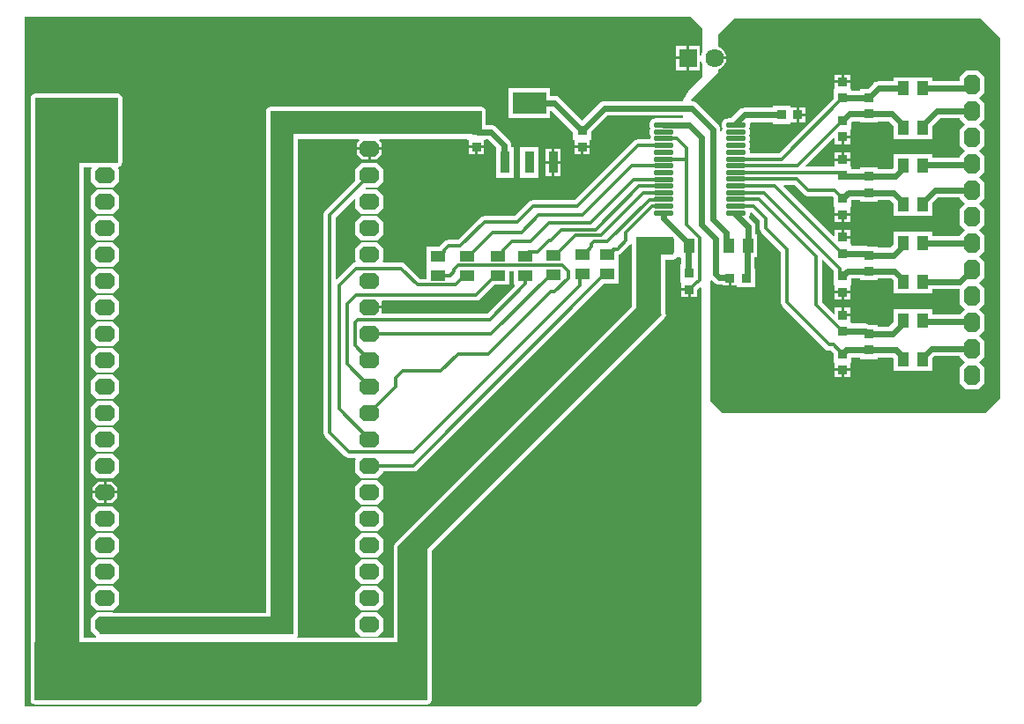
<source format=gtl>
%FSTAX23Y23*%
%MOIN*%
%SFA1B1*%

%IPPOS*%
%AMD38*
4,1,4,0.439000,0.499100,-0.499100,-0.439000,-0.439000,-0.499100,0.499100,0.439000,0.439000,0.499100,0.0*
%
%AMD48*
4,1,8,0.022000,0.030700,-0.022000,0.030700,-0.037400,0.015400,-0.037400,-0.015400,-0.022000,-0.030700,0.022000,-0.030700,0.037400,-0.015400,0.037400,0.015400,0.022000,0.030700,0.0*
%
%AMD49*
4,1,8,-0.029500,0.022600,-0.029500,-0.022600,-0.014800,-0.037400,0.014800,-0.037400,0.029500,-0.022600,0.029500,0.022600,0.014800,0.037400,-0.014800,0.037400,-0.029500,0.022600,0.0*
%
%ADD13R,0.055910X0.039370*%
%ADD14R,0.038190X0.036220*%
%ADD15R,0.039370X0.055910*%
%ADD16R,0.036220X0.038190*%
%ADD17O,0.076770X0.019680*%
%ADD18R,0.035430X0.082680*%
%ADD19R,0.125980X0.082680*%
%ADD32C,0.012600*%
%ADD33C,0.011810*%
%ADD34C,0.023620*%
%ADD35R,0.800000X0.090000*%
%ADD36R,0.140000X0.070000*%
%ADD37R,0.111810X0.445610*%
G04~CAMADD=38~9~0.0~0.0~13266.7~850.0~0.0~0.0~0~0.0~0.0~0.0~0.0~0~0.0~0.0~0.0~0.0~0~0.0~0.0~0.0~45.0~9982.0~9981.0*
%ADD38D38*%
%ADD39R,0.095000X0.295000*%
%ADD40R,1.485000X0.220000*%
%ADD41R,0.170000X2.145000*%
%ADD42R,0.240000X0.245000*%
%ADD43R,0.735000X0.065000*%
%ADD44R,0.090000X1.980000*%
%ADD45C,0.070280*%
%ADD46R,0.070280X0.070280*%
%ADD47R,0.061420X0.061420*%
G04~CAMADD=48~4~0.0~0.0~748.0~614.2~0.0~153.6~0~0.0~0.0~0.0~0.0~0~0.0~0.0~0.0~0.0~0~0.0~0.0~0.0~0.0~748.0~614.2*
%ADD48D48*%
G04~CAMADD=49~4~0.0~0.0~748.0~590.6~0.0~147.7~0~0.0~0.0~0.0~0.0~0~0.0~0.0~0.0~0.0~0~0.0~0.0~0.0~90.0~590.0~748.0*
%ADD49D49*%
%LNpcb1-1*%
%LPD*%
%SRX1Y1I0J0*%
G36*
X02585Y026D02*
Y02514D01*
X0258Y02503*
X0258Y02501*
X02575Y02501*
Y02535*
X02535*
Y0249*
Y02444*
X02575*
Y02478*
X0258Y02478*
X0258Y02476*
X02585Y02465*
Y0242*
X02535Y0237*
X0251Y0233*
Y02327*
X02215*
X02208Y02326*
X02201Y02324*
X02195Y02319*
X0213Y02253*
X02097Y02286*
X02094Y0229*
X02045Y02339*
X0204Y02343*
X02033Y02346*
X02026Y02347*
X02008*
Y02376*
X01851*
Y02262*
X02008*
Y02291*
X02014*
X02051Y02254*
X02054Y0225*
X02095Y0221*
Y02181*
X021*
Y02159*
X0213*
X02159*
Y02181*
X02164*
Y0221*
X02226Y02272*
X0251*
Y02264*
X02438*
X0243Y02263*
X02428Y02262*
X02409*
X02402Y02261*
X02396Y02259*
X02391Y02255*
X02387Y02249*
X02384Y02243*
X02383Y02236*
X02384Y0223*
X02387Y02224*
X02384Y02218*
X02383Y02211*
X02384Y02204*
X02387Y02198*
X02391Y02193*
X0239Y02193*
X02389Y02185*
X02386Y02182*
X0234*
X02331Y0218*
X02324Y02176*
X021Y01952*
X01945*
X01936Y0195*
X01929Y01945*
X01875Y01892*
X0176*
X01751Y0189*
X01744Y01885*
X0166Y01802*
X01623*
X01614Y018*
X01607Y01795*
X01592Y0178*
X01589Y01777*
X01541*
Y01706*
Y01703*
Y01654*
X01518*
X01462Y0171*
X01455Y01715*
X01446Y01717*
X01377*
X01375Y01722*
X01378Y01724*
Y01771*
X01354Y01794*
X01295*
X01271Y01771*
Y01724*
X01274Y01722*
X01272Y01716*
X01266Y01715*
X01259Y0171*
X01202Y01653*
X01197Y01655*
Y01888*
X01267Y01958*
X01271Y01956*
Y01924*
X01295Y01901*
X01354*
X01378Y01924*
Y01971*
X01354Y01994*
X01312*
X0131Y01999*
X01311Y02001*
X01354*
X01378Y02024*
Y02071*
X01354Y02094*
X01295*
X01271Y02071*
Y02026*
X01159Y01913*
X01154Y01906*
X01152Y01897*
Y01072*
X01154Y01063*
X01159Y01056*
X01231Y00984*
X01238Y00979*
X01247Y00977*
X01271*
X01273Y00972*
X01271Y00971*
Y00924*
X01295Y00901*
X01354*
X01378Y00924*
Y00925*
X01491*
X015Y00927*
X01507Y00932*
X02213Y01637*
X02268*
Y01708*
Y01711*
Y01747*
X02272Y01748*
X02279Y01752*
X0231Y01784*
X02313Y01788*
X02318Y01787*
Y01745*
Y01549*
X01421Y00651*
X01418Y00646*
X01417Y0064*
Y00296*
X01055*
X01052Y00301*
X01054Y00303*
X01056Y0031*
Y00375*
Y02183*
X01286*
X01288Y02179*
X01277Y02168*
Y02152*
X01372*
Y02168*
X01361Y02179*
X01363Y02183*
X01695*
Y02181*
X017*
Y02159*
X0173*
X01759*
Y02181*
X01764*
Y02182*
X01773*
X01805Y02149*
Y02037*
X01872*
Y02152*
X01862*
Y0216*
X01861Y02167*
X01859Y02173*
X01854Y02179*
X01804Y0223*
X01798Y02234*
X01791Y02237*
X01784Y02238*
X01766*
Y0229*
X01764Y02296*
X01761Y02301*
X01756Y02304*
X0175Y02306*
X0095*
X00943Y02304*
X00938Y02301*
X00935Y02296*
X00933Y0229*
Y022*
Y00391*
X00358*
X00354Y00394*
X00295*
X00271Y00371*
Y00324*
X00289Y00307*
X0029Y00303*
X00292Y00301*
X00289Y00296*
X00246*
Y02078*
X00273*
X00274Y02074*
X00271Y02071*
Y02024*
X00295Y02001*
X00354*
X00378Y02024*
Y02071*
X00375Y02074*
X00377Y02079*
X00381Y0208*
X00386Y02083*
X00389Y02088*
X00391Y02095*
Y0234*
X00389Y02346*
X00386Y02351*
X00381Y02354*
X00375Y02356*
X0006*
X00053Y02354*
X00048Y02351*
X00045Y02346*
X00043Y0234*
Y0028*
Y00195*
Y0006*
X00045Y00053*
X00048Y00048*
X00053Y00045*
X0006Y00043*
X01545*
X01551Y00045*
X01556Y00048*
X01559Y00053*
X01561Y0006*
Y0028*
Y00625*
X02442Y01507*
X02446Y01512*
X02447Y01518*
X02446Y01524*
X02446Y01525*
Y01728*
X02475*
X02481Y0173*
X02486Y01733*
X02487Y01735*
X02495*
X02497*
X02499*
X02504Y01734*
Y01709*
X025*
Y01641*
X02505*
Y01619*
X02535*
Y01614*
X0254*
Y01586*
X02564*
Y01611*
X02575Y01622*
X02576Y01622*
X0258Y01619*
Y00055*
X0256Y00035*
X0002*
Y02645*
X0254*
X02585Y026*
G37*
G36*
X03559Y02259D02*
X03579Y0224D01*
X03559Y0222*
Y02159*
X03579Y0214*
X03559Y0212*
Y02113*
X03454*
Y02125*
X03385*
X03381*
X03378*
X03309*
Y02077*
X03302Y0207*
X03249*
Y02076*
X0318*
Y02071*
X03149*
Y02079*
X03144*
Y02101*
X03115*
Y02106*
Y02101*
X03085*
Y02079*
X02978*
X02976Y02084*
X03081Y02189*
X03085Y02187*
Y02164*
X0311*
Y02192*
X03115*
Y02197*
X03144*
Y02219*
X03149*
Y02248*
X03153Y02251*
X0318*
Y02245*
X03249*
Y02251*
X0329*
X03309Y02232*
Y02184*
X03378*
X03381*
X03385*
X03454*
Y02232*
X03483Y02262*
X03559*
Y02259*
G37*
G36*
X02969Y01974D02*
X02976Y01969D01*
X02985Y01967*
X03074*
X0308Y01962*
Y01925*
X03085*
Y01903*
X03115*
X03144*
Y01925*
X03149*
Y01953*
X0318*
Y01947*
X03249*
Y01953*
X03296*
X03309Y0194*
Y01892*
X03378*
X03381*
X03385*
X03454*
Y0194*
X03476Y01962*
X03559*
Y01959*
X03579Y0194*
X03559Y0192*
Y01859*
X03579Y0184*
X03559Y0182*
Y01817*
X03454*
Y01832*
X03385*
X03381*
X03378*
X03309*
Y01784*
X03296Y01772*
X03249*
Y01778*
X03214*
X03213Y01778*
X03206Y01779*
X03149*
Y01785*
X03144*
Y01807*
X03115*
Y01812*
X0311*
Y0184*
X03085*
Y01817*
X03081Y01815*
X02891Y02005*
X02893Y02009*
X02933*
X02969Y01974*
G37*
G36*
X01871Y01632D02*
X01874D01*
X01876Y01628*
X01771Y01523*
X01374*
X01372Y01527*
Y01542*
X01325*
Y01552*
X01372*
Y01568*
X01374Y01572*
X01728*
X01737Y01574*
X01744Y01579*
X01798Y01632*
X01853*
Y01683*
X01871*
Y01632*
G37*
G36*
X0308Y01688D02*
Y01631D01*
X03085*
Y01609*
X03115*
X03144*
Y01631*
X03149*
Y01655*
X0318*
Y01649*
X03249*
Y01655*
X03301*
X03309Y01647*
Y01599*
X03378*
X03381*
X03385*
X03454*
Y01615*
X03557*
X03559Y01613*
Y01559*
X03579Y0154*
X0356Y01521*
X03454*
Y0154*
X03385*
X03381*
X03378*
X03309*
Y01492*
X03291Y01473*
X03249*
Y0148*
X03218*
X03216Y01481*
X03209Y01484*
X03202Y01485*
X03149*
Y01491*
X03144*
Y01513*
X03115*
Y01518*
X0311*
Y01546*
X03085*
Y01523*
X03081Y01521*
X03037Y01565*
Y01725*
X03041Y01727*
X0308Y01688*
G37*
G36*
X0371Y02565D02*
Y012D01*
X03655Y01145*
X0266*
X02615Y0119*
Y01647*
X0262Y01649*
X02629Y0164*
X02634Y01635*
X02641Y01633*
X02648Y01632*
X02661*
Y01629*
X02684*
Y01658*
X02694*
Y01629*
X02716*
Y01623*
X02784*
Y01693*
X02781*
Y01736*
X02792*
Y01823*
X02784*
Y01852*
X02783Y0186*
X02781Y01866*
X02776Y01872*
X0276Y01888*
X02762Y01891*
X02765Y01897*
X02766Y01904*
X02766Y01904*
X02772Y01905*
X02802Y01875*
Y01845*
X02804Y01837*
X02808Y0183*
X02881Y01757*
Y01566*
X02883Y01558*
X02887Y0155*
X03049Y01389*
X03056Y01384*
X03065Y01382*
X03071*
X0308Y01374*
Y01337*
X03085*
Y01315*
X03115*
X03144*
Y01337*
X03149*
Y01357*
X0318*
Y01351*
X03249*
Y01357*
X03306*
X03309Y01354*
Y01306*
X03378*
X03381*
X03385*
X03454*
Y01354*
X03461Y01362*
X03559*
Y01359*
X03579Y0134*
X03559Y0132*
Y01259*
X03582Y01236*
X03627*
X0365Y01259*
Y0132*
X0363Y0134*
X0365Y01359*
Y0142*
X0363Y0144*
X0365Y01459*
Y0152*
X0363Y0154*
X0365Y01559*
Y0162*
X0363Y0164*
X0365Y01659*
Y0172*
X0363Y0174*
X0365Y01759*
Y0182*
X0363Y0184*
X0365Y01859*
Y0192*
X0363Y0194*
X0365Y01959*
Y0202*
X0363Y0204*
X0365Y02059*
Y0212*
X0363Y0214*
X0365Y02159*
Y0222*
X0363Y0224*
X0365Y02259*
Y0232*
X0363Y0234*
X0365Y02359*
Y0242*
X03627Y02443*
X03582*
X03559Y0242*
Y02402*
X03454*
Y02418*
X03385*
X0338*
X03378*
X03309*
Y02402*
X0325*
X03243Y02401*
X03236Y02399*
X0323Y02394*
X0321Y02374*
X0318*
Y02367*
X03149*
Y02373*
X03144*
Y02395*
X03115*
X03085*
Y02373*
X0308*
Y02336*
X02874Y02131*
X02769*
X02766Y02134*
X02765Y02141*
X02762Y02147*
X02765Y02153*
X02766Y0216*
X02765Y02166*
X02762Y02172*
X02765Y02179*
X02766Y02185*
X02765Y02192*
X02762Y02198*
X02765Y02204*
X02766Y02211*
X02765Y02218*
X02762Y02224*
X02765Y0223*
X02766Y02236*
X02765Y02242*
X02768Y02247*
X0285*
Y0224*
X02918*
Y02245*
X0294*
Y02275*
Y02304*
X02918*
Y02309*
X0285*
Y02302*
X02743*
X02736Y02301*
X02729Y02299*
X02724Y02294*
X02692Y02262*
X02683*
X02676Y02261*
X0267Y02259*
X02665Y02255*
X0266Y02249*
X02658Y02243*
X02657Y02236*
X02658Y0223*
X0266Y02224*
X02658Y02218*
X02657Y02213*
X02652Y02214*
Y0222*
X02651Y02227*
X02649Y02233*
X02644Y02239*
X02564Y02319*
X02558Y02324*
X02552Y02326*
X02545Y02327*
X02544*
X02542Y02332*
X02645Y02435*
Y02447*
X02652Y0245*
X02662Y02457*
X02669Y02467*
X02673Y02478*
X02674Y02485*
X0263*
Y02495*
X02674*
X02673Y02501*
X02669Y02512*
X02662Y02522*
X02652Y02529*
X02645Y02532*
Y0258*
X02705Y0264*
X03635*
X0371Y02565*
G37*
%LNpcb1-2*%
%LPC*%
%SRX1Y1I0J0*%
G36*
X02525Y02535D02*
X02484D01*
Y02495*
X02525*
Y02535*
G37*
G36*
Y02485D02*
X02484D01*
Y02444*
X02525*
Y02485*
G37*
G36*
X02159Y02149D02*
X02135D01*
Y02126*
X02159*
Y02149*
G37*
G36*
X02125D02*
X021D01*
Y02126*
X02125*
Y02149*
G37*
G36*
X01759D02*
X01735D01*
Y02126*
X01759*
Y02149*
G37*
G36*
X01725D02*
X017D01*
Y02126*
X01725*
Y02149*
G37*
G36*
X01372Y02142D02*
X0133D01*
Y02107*
X01352*
X01372Y02127*
Y02142*
G37*
G36*
X0132D02*
X01277D01*
Y02127*
X01297Y02107*
X0132*
Y02142*
G37*
G36*
X02048Y02146D02*
X02025D01*
Y021*
X02048*
Y02146*
G37*
G36*
X02015D02*
X01992D01*
Y021*
X02015*
Y02146*
G37*
G36*
X02048Y0209D02*
X02025D01*
Y02043*
X02048*
Y0209*
G37*
G36*
X02015D02*
X01992D01*
Y02043*
X02015*
Y0209*
G37*
G36*
X01963Y02152D02*
X01896D01*
Y02037*
X01963*
Y02152*
G37*
G36*
X00354Y01994D02*
X00295D01*
X00271Y01971*
Y01924*
X00295Y01901*
X00354*
X00378Y01924*
Y01971*
X00354Y01994*
G37*
G36*
X01354Y01894D02*
X01295D01*
X01271Y01871*
Y01824*
X01295Y01801*
X01354*
X01378Y01824*
Y01871*
X01354Y01894*
G37*
G36*
X00354D02*
X00295D01*
X00271Y01871*
Y01824*
X00295Y01801*
X00354*
X00378Y01824*
Y01871*
X00354Y01894*
G37*
G36*
Y01794D02*
X00295D01*
X00271Y01771*
Y01724*
X00295Y01701*
X00354*
X00378Y01724*
Y01771*
X00354Y01794*
G37*
G36*
Y01694D02*
X00295D01*
X00271Y01671*
Y01624*
X00295Y01601*
X00354*
X00378Y01624*
Y01671*
X00354Y01694*
G37*
G36*
X0253Y01609D02*
X02505D01*
Y01586*
X0253*
Y01609*
G37*
G36*
X00354Y01594D02*
X00295D01*
X00271Y01571*
Y01524*
X00295Y01501*
X00354*
X00378Y01524*
Y01571*
X00354Y01594*
G37*
G36*
Y01494D02*
X00295D01*
X00271Y01471*
Y01424*
X00295Y01401*
X00354*
X00378Y01424*
Y01471*
X00354Y01494*
G37*
G36*
Y01394D02*
X00295D01*
X00271Y01371*
Y01324*
X00295Y01301*
X00354*
X00378Y01324*
Y01371*
X00354Y01394*
G37*
G36*
Y01294D02*
X00295D01*
X00271Y01271*
Y01224*
X00295Y01201*
X00354*
X00378Y01224*
Y01271*
X00354Y01294*
G37*
G36*
Y01194D02*
X00295D01*
X00271Y01171*
Y01124*
X00295Y01101*
X00354*
X00378Y01124*
Y01171*
X00354Y01194*
G37*
G36*
Y01094D02*
X00295D01*
X00271Y01071*
Y01024*
X00295Y01001*
X00354*
X00378Y01024*
Y01071*
X00354Y01094*
G37*
G36*
Y00994D02*
X00295D01*
X00271Y00971*
Y00924*
X00295Y00901*
X00354*
X00378Y00924*
Y00971*
X00354Y00994*
G37*
G36*
X00352Y00888D02*
X0033D01*
Y00852*
X00372*
Y00868*
X00352Y00888*
G37*
G36*
X0032D02*
X00297D01*
X00277Y00868*
Y00852*
X0032*
Y00888*
G37*
G36*
X00372Y00842D02*
X0033D01*
Y00807*
X00352*
X00372Y00827*
Y00842*
G37*
G36*
X0032D02*
X00277D01*
Y00827*
X00297Y00807*
X0032*
Y00842*
G37*
G36*
X01354Y00894D02*
X01295D01*
X01271Y00871*
Y00824*
X01295Y00801*
X01354*
X01378Y00824*
Y00871*
X01354Y00894*
G37*
G36*
Y00794D02*
X01295D01*
X01271Y00771*
Y00724*
X01295Y00701*
X01354*
X01378Y00724*
Y00771*
X01354Y00794*
G37*
G36*
X00354D02*
X00295D01*
X00271Y00771*
Y00724*
X00295Y00701*
X00354*
X00378Y00724*
Y00771*
X00354Y00794*
G37*
G36*
X01354Y00694D02*
X01295D01*
X01271Y00671*
Y00624*
X01295Y00601*
X01354*
X01378Y00624*
Y00671*
X01354Y00694*
G37*
G36*
X00354D02*
X00295D01*
X00271Y00671*
Y00624*
X00295Y00601*
X00354*
X00378Y00624*
Y00671*
X00354Y00694*
G37*
G36*
X01354Y00594D02*
X01295D01*
X01271Y00571*
Y00524*
X01295Y00501*
X01354*
X01378Y00524*
Y00571*
X01354Y00594*
G37*
G36*
X00354D02*
X00295D01*
X00271Y00571*
Y00524*
X00295Y00501*
X00354*
X00378Y00524*
Y00571*
X00354Y00594*
G37*
G36*
X01354Y00494D02*
X01295D01*
X01271Y00471*
Y00424*
X01295Y00401*
X01354*
X01378Y00424*
Y00471*
X01354Y00494*
G37*
G36*
X00354D02*
X00295D01*
X00271Y00471*
Y00424*
X00295Y00401*
X00354*
X00378Y00424*
Y00471*
X00354Y00494*
G37*
G36*
X01354Y00394D02*
X01295D01*
X01271Y00371*
Y00324*
X01295Y00301*
X01354*
X01378Y00324*
Y00371*
X01354Y00394*
G37*
G36*
X03144Y02187D02*
X0312D01*
Y02164*
X03144*
Y02187*
G37*
G36*
Y02134D02*
X0312D01*
Y02111*
X03144*
Y02134*
G37*
G36*
X0311D02*
X03085D01*
Y02111*
X0311*
Y02134*
G37*
G36*
X03144Y01893D02*
X0312D01*
Y0187*
X03144*
Y01893*
G37*
G36*
X0311D02*
X03085D01*
Y0187*
X0311*
Y01893*
G37*
G36*
X03144Y0184D02*
X0312D01*
Y01817*
X03144*
Y0184*
G37*
G36*
Y01599D02*
X0312D01*
Y01576*
X03144*
Y01599*
G37*
G36*
X0311D02*
X03085D01*
Y01576*
X0311*
Y01599*
G37*
G36*
X03144Y01546D02*
X0312D01*
Y01523*
X03144*
Y01546*
G37*
G36*
Y02428D02*
X0312D01*
Y02405*
X03144*
Y02428*
G37*
G36*
X0311D02*
X03085D01*
Y02405*
X0311*
Y02428*
G37*
G36*
X02973Y02304D02*
X0295D01*
Y0228*
X02973*
Y02304*
G37*
G36*
Y0227D02*
X0295D01*
Y02245*
X02973*
Y0227*
G37*
G36*
X03144Y01305D02*
X0312D01*
Y01282*
X03144*
Y01305*
G37*
G36*
X0311D02*
X03085D01*
Y01282*
X0311*
Y01305*
G37*
%LNpcb1-3*%
%LPD*%
%SRX1Y1I0J0*%
G54D13*
X01915Y01741D03*
Y01668D03*
X0213Y01746D03*
Y01673D03*
X02225D03*
Y01746D03*
X0202Y0167D03*
Y01743D03*
X0181Y01668D03*
Y01741D03*
X01695Y01668D03*
Y01741D03*
X01585Y01668D03*
Y01741D03*
G54D14*
X03215Y02279D03*
Y0234D03*
Y01981D03*
Y02042D03*
Y01683D03*
Y01744D03*
Y01385D03*
Y01446D03*
X03115Y01751D03*
Y01812D03*
Y01665D03*
Y01604D03*
Y01457D03*
Y01518D03*
Y01371D03*
Y0131D03*
X02535Y01614D03*
Y01675D03*
X03115Y02339D03*
Y024D03*
Y02253D03*
Y02192D03*
Y02045D03*
Y02106D03*
Y01959D03*
Y01898D03*
X0213Y02215D03*
Y02154D03*
X0173Y02215D03*
Y02154D03*
G54D15*
X03418Y0135D03*
X03345D03*
X03418Y01496D03*
X03345D03*
X02533Y01779D03*
X02459D03*
X02757Y0178D03*
X02683D03*
X03418Y01642D03*
X03345D03*
X03418Y01789D03*
X03345D03*
X03418Y01935D03*
X03345D03*
X03418Y02082D03*
X03345D03*
X03418Y02228D03*
X03345D03*
X03418Y02375D03*
X03345D03*
G54D16*
X0275Y01658D03*
X02689D03*
X02945Y02275D03*
X02884D03*
G54D17*
X02438Y02185D03*
Y0216D03*
Y02134D03*
Y02108D03*
Y02083D03*
Y02057D03*
Y02031D03*
Y02006D03*
X02711Y02185D03*
Y0216D03*
Y02134D03*
Y02108D03*
Y02083D03*
Y02057D03*
Y02032D03*
Y02006D03*
Y01981D03*
Y01955D03*
Y01929D03*
Y01904D03*
Y02236D03*
Y02211D03*
X02438Y02236D03*
Y02211D03*
Y0198D03*
Y01955D03*
Y01929D03*
Y01904D03*
G54D18*
X01839Y02095D03*
X0193D03*
X0202D03*
G54D19*
X0193Y02319D03*
G54D32*
X01247Y01D02*
X0149D01*
X0212Y0163*
Y01663D02*
X0213Y01673D01*
X0212Y0163D02*
Y01663D01*
X0201Y01605D02*
X02025D01*
X02077Y01656*
Y01683*
X01327Y01445D02*
X01786D01*
X01325Y01447D02*
X01327Y01445D01*
X01786D02*
X02011Y0167D01*
X0124Y01332D02*
X01325Y01247D01*
X0124Y0156D02*
X01274Y01594D01*
X0124Y01332D02*
Y0156D01*
X0127Y01402D02*
Y0149D01*
X0128Y015D02*
X0178D01*
X0127Y0149D02*
X0128Y015D01*
X0127Y01402D02*
X01325Y01347D01*
X01274Y01594D02*
X01728D01*
X0121Y01162D02*
X01325Y01047D01*
X0121Y01162D02*
Y0163D01*
X01274Y01694*
X01446*
X01775Y0137D02*
X0201Y01605D01*
X01424Y01279D02*
X0145Y01305D01*
X0166Y0137D02*
X01775D01*
X0145Y01305D02*
X01595D01*
X0166Y0137*
X01424Y01247D02*
Y01279D01*
X02054Y01705D02*
X02077Y01683D01*
X01175Y01897D02*
X01325Y02047D01*
X01175Y01072D02*
Y01897D01*
Y01072D02*
X01247Y01D01*
X02216Y01673D02*
X02225D01*
X01491Y00947D02*
X02216Y01673D01*
X01325Y00947D02*
X01491D01*
X01325Y01147D02*
X01424Y01247D01*
X01646Y01689D02*
X01661Y01705D01*
X01585Y01668D02*
X01631D01*
X01646Y01682*
X01661Y01705D02*
X01949D01*
X01646Y01682D02*
Y01689D01*
X01949Y01705D02*
X01949Y01705D01*
X01801Y01668D02*
X0181D01*
X01728Y01594D02*
X01801Y01668D01*
X01949Y01705D02*
X02054D01*
X01915Y01635D02*
Y01668D01*
X0178Y015D02*
X01915Y01635D01*
X01509Y01632D02*
X0165D01*
X01446Y01694D02*
X01509Y01632D01*
X01686Y01668D02*
X01695D01*
X0165Y01632D02*
X01686Y01668D01*
X02011Y0167D02*
X0202D01*
X02225Y01795D02*
X02383Y01953D01*
X02394Y01929D02*
X02438D01*
X02263Y01768D02*
X02295Y018D01*
X02247Y01768D02*
X02263D01*
X02295Y018D02*
Y0183D01*
X02394Y01929*
X01919Y01745D02*
X01928Y01755D01*
X01915Y01741D02*
X01919Y01745D01*
X01945Y0193D02*
X0211D01*
X01885Y0187D02*
X01945Y0193D01*
X0211D02*
X0234Y0216D01*
X01935Y01795D02*
X02005Y01865D01*
X0216D02*
X02326Y02031D01*
X02005Y01865D02*
X0216D01*
X02166Y01775D02*
Y01786D01*
X022Y0182D02*
X0236Y0198D01*
X0201Y018D02*
X02051Y01841D01*
X02138Y01746D02*
X02166Y01775D01*
X02051Y01841D02*
X02181D01*
X02028Y01743D02*
X02104Y0182D01*
X022*
X02166Y01786D02*
X02175Y01795D01*
X02225*
X01623Y01779D02*
X01669D01*
X01608Y01764D02*
X01623Y01779D01*
X0176Y0187D02*
X01885D01*
X01669Y01779D02*
X0176Y0187D01*
X0234Y0216D02*
X02438D01*
X01703Y01743D02*
X0179Y0183D01*
X019*
X01832Y01763D02*
X01863Y01795D01*
X01935*
X0181Y01741D02*
X01818D01*
X01832Y01755D02*
Y01763D01*
X01818Y01741D02*
X01832Y01755D01*
X019Y0183D02*
X01965Y01895D01*
X0213*
X02318Y02083D02*
X02438D01*
X0213Y01895D02*
X02318Y02083D01*
X02326Y02031D02*
X02438D01*
X01928Y01755D02*
X0196D01*
X0202Y01743D02*
X02028D01*
X0196Y01755D02*
X02005Y018D01*
X0201*
X02181Y01841D02*
X02346Y02006D01*
X02438*
X0236Y0198D02*
X02438D01*
X02383Y01953D02*
X02436D01*
X02438Y01955*
X0213Y01746D02*
X02138D01*
X02247Y0176D02*
Y01768D01*
X02233Y01746D02*
X02247Y0176D01*
X02225Y01746D02*
X02233D01*
X01585Y01741D02*
X01593D01*
X01608Y01756*
Y01764*
X01695Y01741D02*
X01703D01*
G54D33*
X02568Y01643D02*
X02575Y0165D01*
X02525Y0186D02*
X02575Y0181D01*
X02564Y01643D02*
X02568D01*
X02575Y0165D02*
Y0181D01*
X02535Y01614D02*
X02564Y01643D01*
X02525Y0211D02*
Y0215D01*
X02438Y02185D02*
X02489D01*
X02525Y0215*
Y0186D02*
Y0211D01*
X02438Y02108D02*
X02523D01*
X02525Y0211*
X02535Y01614D02*
X02535D01*
X02744Y02032D02*
X02942D01*
X02985Y0199D02*
X03083D01*
X02942Y02032D02*
X02985Y0199D01*
X03083D02*
X03114Y01959D01*
X02779Y01929D02*
X02824Y01884D01*
X02711Y01929D02*
X02779D01*
X02799Y01955D02*
X03015Y0174D01*
X02743Y01955D02*
X02799D01*
X03015Y01556D02*
Y0174D01*
X02744Y0198D02*
X02819D01*
X03105Y01675D02*
X03115Y01665D01*
X03105Y01675D02*
Y01694D01*
X02819Y0198D02*
X03105Y01694D01*
X02824Y01845D02*
Y01884D01*
Y01845D02*
X02903Y01766D01*
X03115Y01371D02*
X03115D01*
X03114D02*
X03115D01*
X0308Y01405D02*
X03114Y01371D01*
X03065Y01405D02*
X0308D01*
X02903Y01566D02*
Y01766D01*
Y01566D02*
X03065Y01405D01*
X03015Y01556D02*
X03114Y01457D01*
X03115*
X03114Y01751D02*
X03115D01*
X02858Y02006D02*
X03114Y01751D01*
X02743Y02006D02*
X02858D01*
X03114Y01959D02*
X03115D01*
X03102Y02057D02*
X03115Y02045D01*
X02922Y02057D02*
X03102D01*
X02922Y02057D02*
X02922Y02057D01*
X02743Y02057D02*
X02922D01*
X02943Y02083D02*
X03114Y02253D01*
X02711Y02083D02*
X02943D01*
X03115Y02253D02*
X03115D01*
X03114D02*
X03115D01*
X03114Y02339D02*
X03115D01*
X02883Y02108D02*
X03114Y02339D01*
X02743Y02108D02*
X02883D01*
G54D34*
X01835Y02099D02*
X01839Y02095D01*
X01835Y02099D02*
Y0216D01*
X0173Y02215D02*
X01735Y0221D01*
X01784*
X01835Y0216*
X02129Y02215D02*
X0213D01*
X02074Y0227D02*
X02129Y02215D01*
X02074Y0227D02*
Y02271D01*
X02026Y02319D02*
X02074Y02271D01*
X0193Y02319D02*
X02026D01*
X0213Y02215D02*
X0213D01*
X02215Y023*
X02545*
X02625Y0188D02*
Y0222D01*
X02545Y023D02*
X02625Y0222D01*
X02438Y02236D02*
X02533D01*
X0258Y0219*
Y0186D02*
Y0219D01*
Y0186D02*
X02635Y01805D01*
Y01673D02*
Y01805D01*
X02675Y01796D02*
X02683Y01788D01*
X02675Y01796D02*
Y01829D01*
X02625Y0188D02*
X02675Y01829D01*
X02688Y0166D02*
X02689Y01658D01*
X02648Y0166D02*
X02688D01*
X02635Y01673D02*
X02648Y0166D01*
X02683Y0178D02*
Y01788D01*
X02533Y01779D02*
Y01787D01*
X02438Y01882D02*
X02533Y01787D01*
X02438Y01882D02*
Y01897D01*
X02532Y01778D02*
X02533Y01779D01*
X02532Y01675D02*
Y01778D01*
X03115Y01665D02*
X03133Y01683D01*
X0275Y01658D02*
X02753Y01661D01*
Y01776*
X02757Y0178*
Y01852*
X02711Y01898D02*
X02757Y01852D01*
X02743Y02275D02*
X02884D01*
X02711Y02242D02*
X02743Y02275D01*
X0345Y0139D02*
X03605D01*
X03418Y01358D02*
X0345Y0139D01*
X03418Y0135D02*
Y01358D01*
Y01496D02*
X03421Y01493D01*
X03601*
X03605Y0149*
X03557Y01642D02*
X03605Y0169D01*
X03418Y01642D02*
X03557D01*
X03418Y01789D02*
X03418Y01789D01*
X03604*
X03605Y0179*
X03464Y0199D02*
X03605D01*
X03418Y01943D02*
X03464Y0199D01*
X03418Y01935D02*
Y01943D01*
Y02082D02*
X03422Y02086D01*
X03601*
X03605Y0209*
X03471Y0229D02*
X03605D01*
X03418Y02236D02*
X03471Y0229D01*
X03418Y02228D02*
Y02236D01*
Y02375D02*
X0358D01*
X03595Y0239*
X03605*
X03215Y0234D02*
X03215D01*
X0325Y02375*
X03345*
X03215Y02279D02*
X03302D01*
X03345Y02236*
Y02228D02*
Y02236D01*
X03215Y02042D02*
X03313D01*
X03345Y02073*
Y02082*
X03215Y01981D02*
X03307D01*
X03345Y01943*
Y01935D02*
Y01943D01*
X03215Y01744D02*
X03308D01*
X03345Y01781*
Y01789*
X03215Y01683D02*
X03312D01*
X03345Y01651*
Y01642D02*
Y01651D01*
X03215Y01446D02*
X03303D01*
X03345Y01488*
Y01496*
X03215Y01385D02*
X03318D01*
X03345Y01358*
Y0135D02*
Y01358D01*
X03129Y01385D02*
X03215D01*
X03115Y01371D02*
X03129Y01385D01*
X03115Y01457D02*
X03202D01*
X03133Y01683D02*
X03215D01*
X03115Y01665D02*
X03115D01*
X03115Y01751D02*
X03206D01*
X03214Y01744*
X03215*
X03137Y01981D02*
X03215D01*
X03115Y01959D02*
X03137Y01981D01*
X03115Y01959D02*
X03115D01*
X03115Y02045D02*
X03116Y02043D01*
X03213*
X03215Y02042*
X03141Y02279D02*
X03215D01*
X03115Y02253D02*
X03141Y02279D01*
X03115Y02339D02*
X03115Y0234D01*
X03214*
X03215Y0234*
G54D35*
X0135Y02245D03*
G54D36*
X02405Y0178D03*
G54D37*
X01489Y00417D03*
G54D38*
X01932Y01079D03*
G54D39*
X02382Y01667D03*
G54D40*
X00802Y0017D03*
G54D41*
X00145Y01267D03*
G54D42*
X00255Y02217D03*
G54D43*
X00672Y00342D03*
G54D44*
X00995Y013D03*
G54D45*
X0263Y0249D03*
G54D46*
X0253Y0249D03*
G54D47*
X00325Y02147D03*
G54D48*
X00325Y02047D03*
Y00347D03*
Y01947D03*
Y01847D03*
Y01747D03*
Y01647D03*
Y01547D03*
Y01447D03*
Y01347D03*
Y01247D03*
Y01147D03*
Y01047D03*
Y00947D03*
Y00847D03*
Y00747D03*
Y00647D03*
Y00547D03*
Y00447D03*
X01325Y02147D03*
Y02047D03*
Y01947D03*
Y01847D03*
Y01747D03*
Y01647D03*
Y01547D03*
Y01447D03*
Y01347D03*
Y01247D03*
Y01147D03*
Y01047D03*
Y00947D03*
Y00847D03*
Y00747D03*
Y00647D03*
Y00547D03*
Y00447D03*
Y00347D03*
G54D49*
X03605Y0239D03*
Y0229D03*
Y0219D03*
Y0209D03*
Y0199D03*
Y0189D03*
Y0179D03*
Y0169D03*
Y0159D03*
Y0149D03*
Y0139D03*
Y0129D03*
M02*
</source>
